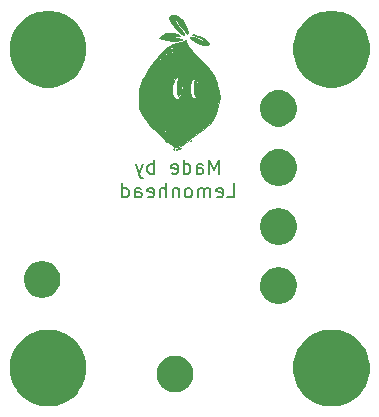
<source format=gbr>
G04 #@! TF.GenerationSoftware,KiCad,Pcbnew,5.0.1*
G04 #@! TF.CreationDate,2019-02-25T23:01:50+01:00*
G04 #@! TF.ProjectId,MCP1642 Eval Board,4D435031363432204576616C20426F61,rev?*
G04 #@! TF.SameCoordinates,Original*
G04 #@! TF.FileFunction,Soldermask,Bot*
G04 #@! TF.FilePolarity,Negative*
%FSLAX46Y46*%
G04 Gerber Fmt 4.6, Leading zero omitted, Abs format (unit mm)*
G04 Created by KiCad (PCBNEW 5.0.1) date Mon 25 Feb 2019 11:01:50 PM CET*
%MOMM*%
%LPD*%
G01*
G04 APERTURE LIST*
%ADD10C,0.200000*%
%ADD11C,0.010000*%
%ADD12C,0.100000*%
G04 APERTURE END LIST*
D10*
X143957142Y-88042857D02*
X143957142Y-86842857D01*
X143557142Y-87700000D01*
X143157142Y-86842857D01*
X143157142Y-88042857D01*
X142071428Y-88042857D02*
X142071428Y-87414285D01*
X142128571Y-87300000D01*
X142242857Y-87242857D01*
X142471428Y-87242857D01*
X142585714Y-87300000D01*
X142071428Y-87985714D02*
X142185714Y-88042857D01*
X142471428Y-88042857D01*
X142585714Y-87985714D01*
X142642857Y-87871428D01*
X142642857Y-87757142D01*
X142585714Y-87642857D01*
X142471428Y-87585714D01*
X142185714Y-87585714D01*
X142071428Y-87528571D01*
X140985714Y-88042857D02*
X140985714Y-86842857D01*
X140985714Y-87985714D02*
X141100000Y-88042857D01*
X141328571Y-88042857D01*
X141442857Y-87985714D01*
X141500000Y-87928571D01*
X141557142Y-87814285D01*
X141557142Y-87471428D01*
X141500000Y-87357142D01*
X141442857Y-87300000D01*
X141328571Y-87242857D01*
X141100000Y-87242857D01*
X140985714Y-87300000D01*
X139957142Y-87985714D02*
X140071428Y-88042857D01*
X140300000Y-88042857D01*
X140414285Y-87985714D01*
X140471428Y-87871428D01*
X140471428Y-87414285D01*
X140414285Y-87300000D01*
X140300000Y-87242857D01*
X140071428Y-87242857D01*
X139957142Y-87300000D01*
X139900000Y-87414285D01*
X139900000Y-87528571D01*
X140471428Y-87642857D01*
X138471428Y-88042857D02*
X138471428Y-86842857D01*
X138471428Y-87300000D02*
X138357142Y-87242857D01*
X138128571Y-87242857D01*
X138014285Y-87300000D01*
X137957142Y-87357142D01*
X137900000Y-87471428D01*
X137900000Y-87814285D01*
X137957142Y-87928571D01*
X138014285Y-87985714D01*
X138128571Y-88042857D01*
X138357142Y-88042857D01*
X138471428Y-87985714D01*
X137500000Y-87242857D02*
X137214285Y-88042857D01*
X136928571Y-87242857D02*
X137214285Y-88042857D01*
X137328571Y-88328571D01*
X137385714Y-88385714D01*
X137500000Y-88442857D01*
X144671428Y-90042857D02*
X145242857Y-90042857D01*
X145242857Y-88842857D01*
X143814285Y-89985714D02*
X143928571Y-90042857D01*
X144157142Y-90042857D01*
X144271428Y-89985714D01*
X144328571Y-89871428D01*
X144328571Y-89414285D01*
X144271428Y-89300000D01*
X144157142Y-89242857D01*
X143928571Y-89242857D01*
X143814285Y-89300000D01*
X143757142Y-89414285D01*
X143757142Y-89528571D01*
X144328571Y-89642857D01*
X143242857Y-90042857D02*
X143242857Y-89242857D01*
X143242857Y-89357142D02*
X143185714Y-89300000D01*
X143071428Y-89242857D01*
X142900000Y-89242857D01*
X142785714Y-89300000D01*
X142728571Y-89414285D01*
X142728571Y-90042857D01*
X142728571Y-89414285D02*
X142671428Y-89300000D01*
X142557142Y-89242857D01*
X142385714Y-89242857D01*
X142271428Y-89300000D01*
X142214285Y-89414285D01*
X142214285Y-90042857D01*
X141471428Y-90042857D02*
X141585714Y-89985714D01*
X141642857Y-89928571D01*
X141700000Y-89814285D01*
X141700000Y-89471428D01*
X141642857Y-89357142D01*
X141585714Y-89300000D01*
X141471428Y-89242857D01*
X141300000Y-89242857D01*
X141185714Y-89300000D01*
X141128571Y-89357142D01*
X141071428Y-89471428D01*
X141071428Y-89814285D01*
X141128571Y-89928571D01*
X141185714Y-89985714D01*
X141300000Y-90042857D01*
X141471428Y-90042857D01*
X140557142Y-89242857D02*
X140557142Y-90042857D01*
X140557142Y-89357142D02*
X140500000Y-89300000D01*
X140385714Y-89242857D01*
X140214285Y-89242857D01*
X140100000Y-89300000D01*
X140042857Y-89414285D01*
X140042857Y-90042857D01*
X139471428Y-90042857D02*
X139471428Y-88842857D01*
X138957142Y-90042857D02*
X138957142Y-89414285D01*
X139014285Y-89300000D01*
X139128571Y-89242857D01*
X139300000Y-89242857D01*
X139414285Y-89300000D01*
X139471428Y-89357142D01*
X137928571Y-89985714D02*
X138042857Y-90042857D01*
X138271428Y-90042857D01*
X138385714Y-89985714D01*
X138442857Y-89871428D01*
X138442857Y-89414285D01*
X138385714Y-89300000D01*
X138271428Y-89242857D01*
X138042857Y-89242857D01*
X137928571Y-89300000D01*
X137871428Y-89414285D01*
X137871428Y-89528571D01*
X138442857Y-89642857D01*
X136842857Y-90042857D02*
X136842857Y-89414285D01*
X136900000Y-89300000D01*
X137014285Y-89242857D01*
X137242857Y-89242857D01*
X137357142Y-89300000D01*
X136842857Y-89985714D02*
X136957142Y-90042857D01*
X137242857Y-90042857D01*
X137357142Y-89985714D01*
X137414285Y-89871428D01*
X137414285Y-89757142D01*
X137357142Y-89642857D01*
X137242857Y-89585714D01*
X136957142Y-89585714D01*
X136842857Y-89528571D01*
X135757142Y-90042857D02*
X135757142Y-88842857D01*
X135757142Y-89985714D02*
X135871428Y-90042857D01*
X136100000Y-90042857D01*
X136214285Y-89985714D01*
X136271428Y-89928571D01*
X136328571Y-89814285D01*
X136328571Y-89471428D01*
X136271428Y-89357142D01*
X136214285Y-89300000D01*
X136100000Y-89242857D01*
X135871428Y-89242857D01*
X135757142Y-89300000D01*
D11*
G04 #@! TO.C,G1*
G36*
X140547726Y-85868521D02*
X140358823Y-85918016D01*
X140296800Y-85955444D01*
X140376660Y-85995050D01*
X140547012Y-85986402D01*
X140704015Y-85940613D01*
X140744930Y-85907476D01*
X140703268Y-85859127D01*
X140547726Y-85868521D01*
X140547726Y-85868521D01*
G37*
X140547726Y-85868521D02*
X140358823Y-85918016D01*
X140296800Y-85955444D01*
X140376660Y-85995050D01*
X140547012Y-85986402D01*
X140704015Y-85940613D01*
X140744930Y-85907476D01*
X140703268Y-85859127D01*
X140547726Y-85868521D01*
G36*
X140093600Y-85943600D02*
X140144400Y-85994400D01*
X140195200Y-85943600D01*
X140144400Y-85892800D01*
X140093600Y-85943600D01*
X140093600Y-85943600D01*
G37*
X140093600Y-85943600D02*
X140144400Y-85994400D01*
X140195200Y-85943600D01*
X140144400Y-85892800D01*
X140093600Y-85943600D01*
G36*
X140985394Y-76793838D02*
X140721516Y-76906712D01*
X140418572Y-76951999D01*
X140087741Y-77038664D01*
X139691857Y-77280976D01*
X139255890Y-77652415D01*
X138804812Y-78126459D01*
X138363597Y-78676587D01*
X137957216Y-79276279D01*
X137610641Y-79899013D01*
X137575492Y-79971441D01*
X137390825Y-80374734D01*
X137278873Y-80687908D01*
X137221892Y-80991716D01*
X137202136Y-81366910D01*
X137200815Y-81676400D01*
X137209340Y-82140006D01*
X137241035Y-82469529D01*
X137310195Y-82733894D01*
X137431112Y-83002024D01*
X137503955Y-83138149D01*
X137762243Y-83517006D01*
X138148090Y-83962818D01*
X138620752Y-84428683D01*
X138641458Y-84447591D01*
X138971944Y-84759779D01*
X139230945Y-85026325D01*
X139390102Y-85216528D01*
X139425242Y-85296077D01*
X139448345Y-85344485D01*
X139509000Y-85329841D01*
X139664260Y-85361597D01*
X139862791Y-85508801D01*
X139887587Y-85534205D01*
X140198761Y-85750819D01*
X140541647Y-85769021D01*
X140920151Y-85588568D01*
X141083908Y-85459398D01*
X141351240Y-85244022D01*
X141719576Y-84969279D01*
X141850403Y-84876800D01*
X139433200Y-84876800D01*
X139428556Y-84970572D01*
X139394393Y-84978400D01*
X139250763Y-84904257D01*
X139230000Y-84876800D01*
X139234645Y-84783027D01*
X139268808Y-84775200D01*
X139412438Y-84849342D01*
X139433200Y-84876800D01*
X141850403Y-84876800D01*
X142119549Y-84686548D01*
X142215527Y-84621198D01*
X142428419Y-84467211D01*
X139585600Y-84467211D01*
X139511127Y-84523113D01*
X139433200Y-84507141D01*
X139299519Y-84435027D01*
X139280800Y-84408729D01*
X139363765Y-84373213D01*
X139433200Y-84368800D01*
X138976000Y-84368800D01*
X138938827Y-84452428D01*
X138908267Y-84436533D01*
X138896108Y-84315957D01*
X138908267Y-84301066D01*
X138968668Y-84315013D01*
X138976000Y-84368800D01*
X139433200Y-84368800D01*
X139568432Y-84421970D01*
X139585600Y-84467211D01*
X142428419Y-84467211D01*
X142718296Y-84257540D01*
X142985021Y-84013200D01*
X138569600Y-84013200D01*
X138518800Y-84064000D01*
X138468000Y-84013200D01*
X138518800Y-83962400D01*
X138569600Y-84013200D01*
X142985021Y-84013200D01*
X143085394Y-83921252D01*
X143105817Y-83894666D01*
X139145334Y-83894666D01*
X139131387Y-83955067D01*
X139077600Y-83962400D01*
X138993972Y-83925226D01*
X139009867Y-83894666D01*
X139130443Y-83882507D01*
X139145334Y-83894666D01*
X143105817Y-83894666D01*
X143356774Y-83567992D01*
X138671200Y-83567992D01*
X138608602Y-83623076D01*
X138569600Y-83606800D01*
X138471794Y-83472209D01*
X138468000Y-83442407D01*
X138530599Y-83387323D01*
X138569600Y-83403600D01*
X138667407Y-83538190D01*
X138671200Y-83567992D01*
X143356774Y-83567992D01*
X143366191Y-83555735D01*
X143610053Y-83104390D01*
X143688304Y-82932696D01*
X143928801Y-82267914D01*
X144019674Y-81666219D01*
X143968103Y-81061458D01*
X143916319Y-80831310D01*
X143842793Y-80563265D01*
X142217429Y-80563265D01*
X142216828Y-80577520D01*
X142185787Y-80620526D01*
X142120852Y-80491389D01*
X142100531Y-80431800D01*
X141997800Y-80177164D01*
X141919430Y-80119695D01*
X141868646Y-80254463D01*
X141848671Y-80576537D01*
X141851426Y-80812762D01*
X141880492Y-81207561D01*
X141935931Y-81433348D01*
X142010614Y-81480202D01*
X142097412Y-81338201D01*
X142138071Y-81211667D01*
X142188925Y-81054895D01*
X142211132Y-81087454D01*
X142217073Y-81173480D01*
X142148801Y-81439962D01*
X141948629Y-81591313D01*
X141771187Y-81604093D01*
X141651744Y-81556953D01*
X141583296Y-81426195D01*
X141546998Y-81162787D01*
X141536409Y-80993246D01*
X141541019Y-80804696D01*
X140902228Y-80804696D01*
X140863465Y-80980634D01*
X140807989Y-81016000D01*
X140751287Y-80941854D01*
X140766451Y-80867790D01*
X140773280Y-80696656D01*
X140726771Y-80448430D01*
X140649229Y-80200859D01*
X140562960Y-80031689D01*
X140517521Y-80000131D01*
X140484860Y-80093502D01*
X140460701Y-80340362D01*
X140449498Y-80691044D01*
X140449200Y-80762141D01*
X140457360Y-81194786D01*
X140485534Y-81437512D01*
X140539268Y-81503087D01*
X140624106Y-81404276D01*
X140680798Y-81295400D01*
X140762878Y-81157663D01*
X140795720Y-81204139D01*
X140797924Y-81237342D01*
X140742652Y-81416617D01*
X140609613Y-81607942D01*
X140465312Y-81721491D01*
X140435264Y-81727200D01*
X140315777Y-81684785D01*
X140188521Y-81622025D01*
X140061095Y-81501432D01*
X140002445Y-81280913D01*
X139992000Y-81027586D01*
X140027934Y-80545193D01*
X140124177Y-80175071D01*
X140263389Y-79934211D01*
X140428233Y-79839606D01*
X140601369Y-79908246D01*
X140765459Y-80157124D01*
X140798444Y-80237281D01*
X140880300Y-80536208D01*
X140902228Y-80804696D01*
X141541019Y-80804696D01*
X141548069Y-80516448D01*
X141634956Y-80183741D01*
X141789982Y-80016126D01*
X141871601Y-80000000D01*
X142037624Y-80088492D01*
X142168387Y-80302154D01*
X142217429Y-80563265D01*
X143842793Y-80563265D01*
X143783422Y-80346826D01*
X143646037Y-79954158D01*
X143478125Y-79612853D01*
X143253646Y-79282463D01*
X142946558Y-78922537D01*
X142530823Y-78492624D01*
X142268468Y-78233798D01*
X139449477Y-78233798D01*
X139433200Y-78272800D01*
X139298610Y-78370606D01*
X139268808Y-78374400D01*
X139215678Y-78314021D01*
X139047461Y-78314021D01*
X138976000Y-78374400D01*
X138813885Y-78465779D01*
X138792286Y-78431363D01*
X138823600Y-78374400D01*
X138971979Y-78277801D01*
X139007397Y-78274355D01*
X139047461Y-78314021D01*
X139215678Y-78314021D01*
X139213724Y-78311801D01*
X139230000Y-78272800D01*
X139364591Y-78174993D01*
X139394393Y-78171200D01*
X139449477Y-78233798D01*
X142268468Y-78233798D01*
X142201800Y-78168027D01*
X141780303Y-77747125D01*
X141759301Y-77724379D01*
X140047849Y-77724379D01*
X139992000Y-77815600D01*
X139839018Y-77943667D01*
X139763920Y-77968000D01*
X139732952Y-77906820D01*
X139788800Y-77815600D01*
X139912693Y-77711884D01*
X139629850Y-77711884D01*
X139595352Y-77811227D01*
X139559674Y-77870159D01*
X139441088Y-78039728D01*
X139390777Y-78037515D01*
X139382400Y-77928070D01*
X139464290Y-77770887D01*
X139533314Y-77728629D01*
X139629850Y-77711884D01*
X139912693Y-77711884D01*
X139941783Y-77687532D01*
X140016881Y-77663200D01*
X140047849Y-77724379D01*
X141759301Y-77724379D01*
X141491218Y-77434043D01*
X141436638Y-77362837D01*
X140147143Y-77362837D01*
X140113697Y-77439397D01*
X139997997Y-77460000D01*
X139829391Y-77443636D01*
X139788800Y-77420070D01*
X139868953Y-77343175D01*
X140028554Y-77317206D01*
X140146314Y-77361535D01*
X140147143Y-77362837D01*
X141436638Y-77362837D01*
X141313995Y-77202838D01*
X141228079Y-77027569D01*
X141211200Y-76917666D01*
X141198832Y-76724300D01*
X141125539Y-76704260D01*
X140985394Y-76793838D01*
X140985394Y-76793838D01*
G37*
X140985394Y-76793838D02*
X140721516Y-76906712D01*
X140418572Y-76951999D01*
X140087741Y-77038664D01*
X139691857Y-77280976D01*
X139255890Y-77652415D01*
X138804812Y-78126459D01*
X138363597Y-78676587D01*
X137957216Y-79276279D01*
X137610641Y-79899013D01*
X137575492Y-79971441D01*
X137390825Y-80374734D01*
X137278873Y-80687908D01*
X137221892Y-80991716D01*
X137202136Y-81366910D01*
X137200815Y-81676400D01*
X137209340Y-82140006D01*
X137241035Y-82469529D01*
X137310195Y-82733894D01*
X137431112Y-83002024D01*
X137503955Y-83138149D01*
X137762243Y-83517006D01*
X138148090Y-83962818D01*
X138620752Y-84428683D01*
X138641458Y-84447591D01*
X138971944Y-84759779D01*
X139230945Y-85026325D01*
X139390102Y-85216528D01*
X139425242Y-85296077D01*
X139448345Y-85344485D01*
X139509000Y-85329841D01*
X139664260Y-85361597D01*
X139862791Y-85508801D01*
X139887587Y-85534205D01*
X140198761Y-85750819D01*
X140541647Y-85769021D01*
X140920151Y-85588568D01*
X141083908Y-85459398D01*
X141351240Y-85244022D01*
X141719576Y-84969279D01*
X141850403Y-84876800D01*
X139433200Y-84876800D01*
X139428556Y-84970572D01*
X139394393Y-84978400D01*
X139250763Y-84904257D01*
X139230000Y-84876800D01*
X139234645Y-84783027D01*
X139268808Y-84775200D01*
X139412438Y-84849342D01*
X139433200Y-84876800D01*
X141850403Y-84876800D01*
X142119549Y-84686548D01*
X142215527Y-84621198D01*
X142428419Y-84467211D01*
X139585600Y-84467211D01*
X139511127Y-84523113D01*
X139433200Y-84507141D01*
X139299519Y-84435027D01*
X139280800Y-84408729D01*
X139363765Y-84373213D01*
X139433200Y-84368800D01*
X138976000Y-84368800D01*
X138938827Y-84452428D01*
X138908267Y-84436533D01*
X138896108Y-84315957D01*
X138908267Y-84301066D01*
X138968668Y-84315013D01*
X138976000Y-84368800D01*
X139433200Y-84368800D01*
X139568432Y-84421970D01*
X139585600Y-84467211D01*
X142428419Y-84467211D01*
X142718296Y-84257540D01*
X142985021Y-84013200D01*
X138569600Y-84013200D01*
X138518800Y-84064000D01*
X138468000Y-84013200D01*
X138518800Y-83962400D01*
X138569600Y-84013200D01*
X142985021Y-84013200D01*
X143085394Y-83921252D01*
X143105817Y-83894666D01*
X139145334Y-83894666D01*
X139131387Y-83955067D01*
X139077600Y-83962400D01*
X138993972Y-83925226D01*
X139009867Y-83894666D01*
X139130443Y-83882507D01*
X139145334Y-83894666D01*
X143105817Y-83894666D01*
X143356774Y-83567992D01*
X138671200Y-83567992D01*
X138608602Y-83623076D01*
X138569600Y-83606800D01*
X138471794Y-83472209D01*
X138468000Y-83442407D01*
X138530599Y-83387323D01*
X138569600Y-83403600D01*
X138667407Y-83538190D01*
X138671200Y-83567992D01*
X143356774Y-83567992D01*
X143366191Y-83555735D01*
X143610053Y-83104390D01*
X143688304Y-82932696D01*
X143928801Y-82267914D01*
X144019674Y-81666219D01*
X143968103Y-81061458D01*
X143916319Y-80831310D01*
X143842793Y-80563265D01*
X142217429Y-80563265D01*
X142216828Y-80577520D01*
X142185787Y-80620526D01*
X142120852Y-80491389D01*
X142100531Y-80431800D01*
X141997800Y-80177164D01*
X141919430Y-80119695D01*
X141868646Y-80254463D01*
X141848671Y-80576537D01*
X141851426Y-80812762D01*
X141880492Y-81207561D01*
X141935931Y-81433348D01*
X142010614Y-81480202D01*
X142097412Y-81338201D01*
X142138071Y-81211667D01*
X142188925Y-81054895D01*
X142211132Y-81087454D01*
X142217073Y-81173480D01*
X142148801Y-81439962D01*
X141948629Y-81591313D01*
X141771187Y-81604093D01*
X141651744Y-81556953D01*
X141583296Y-81426195D01*
X141546998Y-81162787D01*
X141536409Y-80993246D01*
X141541019Y-80804696D01*
X140902228Y-80804696D01*
X140863465Y-80980634D01*
X140807989Y-81016000D01*
X140751287Y-80941854D01*
X140766451Y-80867790D01*
X140773280Y-80696656D01*
X140726771Y-80448430D01*
X140649229Y-80200859D01*
X140562960Y-80031689D01*
X140517521Y-80000131D01*
X140484860Y-80093502D01*
X140460701Y-80340362D01*
X140449498Y-80691044D01*
X140449200Y-80762141D01*
X140457360Y-81194786D01*
X140485534Y-81437512D01*
X140539268Y-81503087D01*
X140624106Y-81404276D01*
X140680798Y-81295400D01*
X140762878Y-81157663D01*
X140795720Y-81204139D01*
X140797924Y-81237342D01*
X140742652Y-81416617D01*
X140609613Y-81607942D01*
X140465312Y-81721491D01*
X140435264Y-81727200D01*
X140315777Y-81684785D01*
X140188521Y-81622025D01*
X140061095Y-81501432D01*
X140002445Y-81280913D01*
X139992000Y-81027586D01*
X140027934Y-80545193D01*
X140124177Y-80175071D01*
X140263389Y-79934211D01*
X140428233Y-79839606D01*
X140601369Y-79908246D01*
X140765459Y-80157124D01*
X140798444Y-80237281D01*
X140880300Y-80536208D01*
X140902228Y-80804696D01*
X141541019Y-80804696D01*
X141548069Y-80516448D01*
X141634956Y-80183741D01*
X141789982Y-80016126D01*
X141871601Y-80000000D01*
X142037624Y-80088492D01*
X142168387Y-80302154D01*
X142217429Y-80563265D01*
X143842793Y-80563265D01*
X143783422Y-80346826D01*
X143646037Y-79954158D01*
X143478125Y-79612853D01*
X143253646Y-79282463D01*
X142946558Y-78922537D01*
X142530823Y-78492624D01*
X142268468Y-78233798D01*
X139449477Y-78233798D01*
X139433200Y-78272800D01*
X139298610Y-78370606D01*
X139268808Y-78374400D01*
X139215678Y-78314021D01*
X139047461Y-78314021D01*
X138976000Y-78374400D01*
X138813885Y-78465779D01*
X138792286Y-78431363D01*
X138823600Y-78374400D01*
X138971979Y-78277801D01*
X139007397Y-78274355D01*
X139047461Y-78314021D01*
X139215678Y-78314021D01*
X139213724Y-78311801D01*
X139230000Y-78272800D01*
X139364591Y-78174993D01*
X139394393Y-78171200D01*
X139449477Y-78233798D01*
X142268468Y-78233798D01*
X142201800Y-78168027D01*
X141780303Y-77747125D01*
X141759301Y-77724379D01*
X140047849Y-77724379D01*
X139992000Y-77815600D01*
X139839018Y-77943667D01*
X139763920Y-77968000D01*
X139732952Y-77906820D01*
X139788800Y-77815600D01*
X139912693Y-77711884D01*
X139629850Y-77711884D01*
X139595352Y-77811227D01*
X139559674Y-77870159D01*
X139441088Y-78039728D01*
X139390777Y-78037515D01*
X139382400Y-77928070D01*
X139464290Y-77770887D01*
X139533314Y-77728629D01*
X139629850Y-77711884D01*
X139912693Y-77711884D01*
X139941783Y-77687532D01*
X140016881Y-77663200D01*
X140047849Y-77724379D01*
X141759301Y-77724379D01*
X141491218Y-77434043D01*
X141436638Y-77362837D01*
X140147143Y-77362837D01*
X140113697Y-77439397D01*
X139997997Y-77460000D01*
X139829391Y-77443636D01*
X139788800Y-77420070D01*
X139868953Y-77343175D01*
X140028554Y-77317206D01*
X140146314Y-77361535D01*
X140147143Y-77362837D01*
X141436638Y-77362837D01*
X141313995Y-77202838D01*
X141228079Y-77027569D01*
X141211200Y-76917666D01*
X141198832Y-76724300D01*
X141125539Y-76704260D01*
X140985394Y-76793838D01*
G36*
X141516000Y-85232400D02*
X141566800Y-85283200D01*
X141617600Y-85232400D01*
X141566800Y-85181600D01*
X141516000Y-85232400D01*
X141516000Y-85232400D01*
G37*
X141516000Y-85232400D02*
X141566800Y-85283200D01*
X141617600Y-85232400D01*
X141566800Y-85181600D01*
X141516000Y-85232400D01*
G36*
X141670212Y-76261164D02*
X141670964Y-76282395D01*
X141860355Y-76331335D01*
X141894456Y-76339447D01*
X142162963Y-76429423D01*
X142424277Y-76556995D01*
X142623871Y-76689618D01*
X142707219Y-76794749D01*
X142698519Y-76819348D01*
X142584294Y-76810136D01*
X142352082Y-76726898D01*
X142184088Y-76650921D01*
X141823757Y-76500111D01*
X141593308Y-76449114D01*
X141508024Y-76489866D01*
X141583188Y-76614304D01*
X141834081Y-76814364D01*
X141851676Y-76826317D01*
X142281821Y-77063862D01*
X142667764Y-77153066D01*
X142740294Y-77155200D01*
X142992947Y-77136364D01*
X143132161Y-77089382D01*
X143141600Y-77071310D01*
X143055563Y-76903307D01*
X142835242Y-76701868D01*
X142537326Y-76502979D01*
X142218505Y-76342630D01*
X141935467Y-76256810D01*
X141849775Y-76251199D01*
X141670212Y-76261164D01*
X141670212Y-76261164D01*
G37*
X141670212Y-76261164D02*
X141670964Y-76282395D01*
X141860355Y-76331335D01*
X141894456Y-76339447D01*
X142162963Y-76429423D01*
X142424277Y-76556995D01*
X142623871Y-76689618D01*
X142707219Y-76794749D01*
X142698519Y-76819348D01*
X142584294Y-76810136D01*
X142352082Y-76726898D01*
X142184088Y-76650921D01*
X141823757Y-76500111D01*
X141593308Y-76449114D01*
X141508024Y-76489866D01*
X141583188Y-76614304D01*
X141834081Y-76814364D01*
X141851676Y-76826317D01*
X142281821Y-77063862D01*
X142667764Y-77153066D01*
X142740294Y-77155200D01*
X142992947Y-77136364D01*
X143132161Y-77089382D01*
X143141600Y-77071310D01*
X143055563Y-76903307D01*
X142835242Y-76701868D01*
X142537326Y-76502979D01*
X142218505Y-76342630D01*
X141935467Y-76256810D01*
X141849775Y-76251199D01*
X141670212Y-76261164D01*
G36*
X139435948Y-76156977D02*
X139228340Y-76286157D01*
X139208240Y-76302114D01*
X138925200Y-76529266D01*
X139200623Y-76635006D01*
X139558724Y-76731030D01*
X139988746Y-76789471D01*
X140401462Y-76802655D01*
X140703200Y-76764253D01*
X140869479Y-76702964D01*
X140853352Y-76652809D01*
X140771091Y-76617122D01*
X140515625Y-76558482D01*
X140345287Y-76545600D01*
X140129509Y-76501253D01*
X140034109Y-76429937D01*
X140043132Y-76376266D01*
X139856534Y-76376266D01*
X139842587Y-76436667D01*
X139788800Y-76444000D01*
X139705172Y-76406826D01*
X139721067Y-76376266D01*
X139841643Y-76364107D01*
X139856534Y-76376266D01*
X140043132Y-76376266D01*
X140045328Y-76363209D01*
X140218682Y-76364468D01*
X140358313Y-76387043D01*
X140600378Y-76421876D01*
X140674629Y-76399111D01*
X140629415Y-76332401D01*
X140460455Y-76245615D01*
X140171075Y-76168357D01*
X139998055Y-76139976D01*
X139662926Y-76114325D01*
X139435948Y-76156977D01*
X139435948Y-76156977D01*
G37*
X139435948Y-76156977D02*
X139228340Y-76286157D01*
X139208240Y-76302114D01*
X138925200Y-76529266D01*
X139200623Y-76635006D01*
X139558724Y-76731030D01*
X139988746Y-76789471D01*
X140401462Y-76802655D01*
X140703200Y-76764253D01*
X140869479Y-76702964D01*
X140853352Y-76652809D01*
X140771091Y-76617122D01*
X140515625Y-76558482D01*
X140345287Y-76545600D01*
X140129509Y-76501253D01*
X140034109Y-76429937D01*
X140043132Y-76376266D01*
X139856534Y-76376266D01*
X139842587Y-76436667D01*
X139788800Y-76444000D01*
X139705172Y-76406826D01*
X139721067Y-76376266D01*
X139841643Y-76364107D01*
X139856534Y-76376266D01*
X140043132Y-76376266D01*
X140045328Y-76363209D01*
X140218682Y-76364468D01*
X140358313Y-76387043D01*
X140600378Y-76421876D01*
X140674629Y-76399111D01*
X140629415Y-76332401D01*
X140460455Y-76245615D01*
X140171075Y-76168357D01*
X139998055Y-76139976D01*
X139662926Y-76114325D01*
X139435948Y-76156977D01*
G36*
X139793089Y-74660832D02*
X139764774Y-74840510D01*
X139855414Y-75116467D01*
X140039973Y-75441608D01*
X140293417Y-75768833D01*
X140484413Y-75961400D01*
X140781335Y-76208172D01*
X140971556Y-76322196D01*
X141043264Y-76300827D01*
X140984647Y-76141417D01*
X140937814Y-76063000D01*
X140769021Y-75817802D01*
X140538470Y-75508835D01*
X140415233Y-75351800D01*
X140245672Y-75117203D01*
X140167721Y-74960381D01*
X140183515Y-74920000D01*
X140292693Y-74997295D01*
X140480405Y-75202434D01*
X140710830Y-75495294D01*
X140772360Y-75579527D01*
X140997852Y-75880073D01*
X141178045Y-76096257D01*
X141282211Y-76191982D01*
X141293827Y-76192040D01*
X141311114Y-76049654D01*
X141248491Y-75793710D01*
X141130030Y-75485228D01*
X140979805Y-75185229D01*
X140821888Y-74954733D01*
X140793856Y-74924686D01*
X140520799Y-74723476D01*
X140217701Y-74604247D01*
X139949084Y-74584010D01*
X139793089Y-74660832D01*
X139793089Y-74660832D01*
G37*
X139793089Y-74660832D02*
X139764774Y-74840510D01*
X139855414Y-75116467D01*
X140039973Y-75441608D01*
X140293417Y-75768833D01*
X140484413Y-75961400D01*
X140781335Y-76208172D01*
X140971556Y-76322196D01*
X141043264Y-76300827D01*
X140984647Y-76141417D01*
X140937814Y-76063000D01*
X140769021Y-75817802D01*
X140538470Y-75508835D01*
X140415233Y-75351800D01*
X140245672Y-75117203D01*
X140167721Y-74960381D01*
X140183515Y-74920000D01*
X140292693Y-74997295D01*
X140480405Y-75202434D01*
X140710830Y-75495294D01*
X140772360Y-75579527D01*
X140997852Y-75880073D01*
X141178045Y-76096257D01*
X141282211Y-76191982D01*
X141293827Y-76192040D01*
X141311114Y-76049654D01*
X141248491Y-75793710D01*
X141130030Y-75485228D01*
X140979805Y-75185229D01*
X140821888Y-74954733D01*
X140793856Y-74924686D01*
X140520799Y-74723476D01*
X140217701Y-74604247D01*
X139949084Y-74584010D01*
X139793089Y-74660832D01*
D12*
G36*
X130134239Y-101311467D02*
X130448282Y-101373934D01*
X131039926Y-101619001D01*
X131568802Y-101972385D01*
X131572395Y-101974786D01*
X132025214Y-102427605D01*
X132025216Y-102427608D01*
X132380999Y-102960074D01*
X132626066Y-103551718D01*
X132626066Y-103551719D01*
X132717482Y-104011295D01*
X132751000Y-104179804D01*
X132751000Y-104820196D01*
X132626066Y-105448282D01*
X132380999Y-106039926D01*
X132157457Y-106374479D01*
X132025214Y-106572395D01*
X131572395Y-107025214D01*
X131572392Y-107025216D01*
X131039926Y-107380999D01*
X130448282Y-107626066D01*
X130134239Y-107688533D01*
X129820197Y-107751000D01*
X129179803Y-107751000D01*
X128865761Y-107688533D01*
X128551718Y-107626066D01*
X127960074Y-107380999D01*
X127427608Y-107025216D01*
X127427605Y-107025214D01*
X126974786Y-106572395D01*
X126842543Y-106374479D01*
X126619001Y-106039926D01*
X126373934Y-105448282D01*
X126249000Y-104820196D01*
X126249000Y-104179804D01*
X126282519Y-104011295D01*
X126373934Y-103551719D01*
X126373934Y-103551718D01*
X126619001Y-102960074D01*
X126974784Y-102427608D01*
X126974786Y-102427605D01*
X127427605Y-101974786D01*
X127431198Y-101972385D01*
X127960074Y-101619001D01*
X128551718Y-101373934D01*
X128865761Y-101311467D01*
X129179803Y-101249000D01*
X129820197Y-101249000D01*
X130134239Y-101311467D01*
X130134239Y-101311467D01*
G37*
G36*
X154134239Y-101311467D02*
X154448282Y-101373934D01*
X155039926Y-101619001D01*
X155568802Y-101972385D01*
X155572395Y-101974786D01*
X156025214Y-102427605D01*
X156025216Y-102427608D01*
X156380999Y-102960074D01*
X156626066Y-103551718D01*
X156626066Y-103551719D01*
X156717482Y-104011295D01*
X156751000Y-104179804D01*
X156751000Y-104820196D01*
X156626066Y-105448282D01*
X156380999Y-106039926D01*
X156157457Y-106374479D01*
X156025214Y-106572395D01*
X155572395Y-107025214D01*
X155572392Y-107025216D01*
X155039926Y-107380999D01*
X154448282Y-107626066D01*
X154134239Y-107688533D01*
X153820197Y-107751000D01*
X153179803Y-107751000D01*
X152865761Y-107688533D01*
X152551718Y-107626066D01*
X151960074Y-107380999D01*
X151427608Y-107025216D01*
X151427605Y-107025214D01*
X150974786Y-106572395D01*
X150842543Y-106374479D01*
X150619001Y-106039926D01*
X150373934Y-105448282D01*
X150249000Y-104820196D01*
X150249000Y-104179804D01*
X150282519Y-104011295D01*
X150373934Y-103551719D01*
X150373934Y-103551718D01*
X150619001Y-102960074D01*
X150974784Y-102427608D01*
X150974786Y-102427605D01*
X151427605Y-101974786D01*
X151431198Y-101972385D01*
X151960074Y-101619001D01*
X152551718Y-101373934D01*
X152865761Y-101311467D01*
X153179803Y-101249000D01*
X153820197Y-101249000D01*
X154134239Y-101311467D01*
X154134239Y-101311467D01*
G37*
G36*
X140602527Y-103488736D02*
X140702410Y-103508604D01*
X140984674Y-103625521D01*
X141238705Y-103795259D01*
X141454741Y-104011295D01*
X141624479Y-104265326D01*
X141741396Y-104547590D01*
X141801000Y-104847240D01*
X141801000Y-105152760D01*
X141741396Y-105452410D01*
X141624479Y-105734674D01*
X141454741Y-105988705D01*
X141238705Y-106204741D01*
X140984674Y-106374479D01*
X140702410Y-106491396D01*
X140602527Y-106511264D01*
X140402762Y-106551000D01*
X140097238Y-106551000D01*
X139897473Y-106511264D01*
X139797590Y-106491396D01*
X139515326Y-106374479D01*
X139261295Y-106204741D01*
X139045259Y-105988705D01*
X138875521Y-105734674D01*
X138758604Y-105452410D01*
X138699000Y-105152760D01*
X138699000Y-104847240D01*
X138758604Y-104547590D01*
X138875521Y-104265326D01*
X139045259Y-104011295D01*
X139261295Y-103795259D01*
X139515326Y-103625521D01*
X139797590Y-103508604D01*
X139897473Y-103488736D01*
X140097238Y-103449000D01*
X140402762Y-103449000D01*
X140602527Y-103488736D01*
X140602527Y-103488736D01*
G37*
G36*
X149352527Y-95988736D02*
X149452410Y-96008604D01*
X149734674Y-96125521D01*
X149988705Y-96295259D01*
X150204741Y-96511295D01*
X150374479Y-96765326D01*
X150491396Y-97047590D01*
X150491396Y-97047591D01*
X150551000Y-97347238D01*
X150551000Y-97652762D01*
X150511264Y-97852527D01*
X150491396Y-97952410D01*
X150374479Y-98234674D01*
X150204741Y-98488705D01*
X149988705Y-98704741D01*
X149734674Y-98874479D01*
X149452410Y-98991396D01*
X149352527Y-99011264D01*
X149152762Y-99051000D01*
X148847238Y-99051000D01*
X148647473Y-99011264D01*
X148547590Y-98991396D01*
X148265326Y-98874479D01*
X148011295Y-98704741D01*
X147795259Y-98488705D01*
X147625521Y-98234674D01*
X147508604Y-97952410D01*
X147488736Y-97852527D01*
X147449000Y-97652762D01*
X147449000Y-97347238D01*
X147508604Y-97047591D01*
X147508604Y-97047590D01*
X147625521Y-96765326D01*
X147795259Y-96511295D01*
X148011295Y-96295259D01*
X148265326Y-96125521D01*
X148547590Y-96008604D01*
X148647473Y-95988736D01*
X148847238Y-95949000D01*
X149152762Y-95949000D01*
X149352527Y-95988736D01*
X149352527Y-95988736D01*
G37*
G36*
X129352527Y-95488736D02*
X129452410Y-95508604D01*
X129734674Y-95625521D01*
X129988705Y-95795259D01*
X130204741Y-96011295D01*
X130374479Y-96265326D01*
X130476361Y-96511293D01*
X130491396Y-96547591D01*
X130534707Y-96765326D01*
X130551000Y-96847240D01*
X130551000Y-97152760D01*
X130491396Y-97452410D01*
X130374479Y-97734674D01*
X130204741Y-97988705D01*
X129988705Y-98204741D01*
X129734674Y-98374479D01*
X129452410Y-98491396D01*
X129352527Y-98511264D01*
X129152762Y-98551000D01*
X128847238Y-98551000D01*
X128647473Y-98511264D01*
X128547590Y-98491396D01*
X128265326Y-98374479D01*
X128011295Y-98204741D01*
X127795259Y-97988705D01*
X127625521Y-97734674D01*
X127508604Y-97452410D01*
X127449000Y-97152760D01*
X127449000Y-96847240D01*
X127465294Y-96765326D01*
X127508604Y-96547591D01*
X127523639Y-96511293D01*
X127625521Y-96265326D01*
X127795259Y-96011295D01*
X128011295Y-95795259D01*
X128265326Y-95625521D01*
X128547590Y-95508604D01*
X128647473Y-95488736D01*
X128847238Y-95449000D01*
X129152762Y-95449000D01*
X129352527Y-95488736D01*
X129352527Y-95488736D01*
G37*
G36*
X149352527Y-90988736D02*
X149452410Y-91008604D01*
X149734674Y-91125521D01*
X149988705Y-91295259D01*
X150204741Y-91511295D01*
X150374479Y-91765326D01*
X150491396Y-92047590D01*
X150551000Y-92347240D01*
X150551000Y-92652760D01*
X150491396Y-92952410D01*
X150374479Y-93234674D01*
X150204741Y-93488705D01*
X149988705Y-93704741D01*
X149734674Y-93874479D01*
X149452410Y-93991396D01*
X149352527Y-94011264D01*
X149152762Y-94051000D01*
X148847238Y-94051000D01*
X148647473Y-94011264D01*
X148547590Y-93991396D01*
X148265326Y-93874479D01*
X148011295Y-93704741D01*
X147795259Y-93488705D01*
X147625521Y-93234674D01*
X147508604Y-92952410D01*
X147449000Y-92652760D01*
X147449000Y-92347240D01*
X147508604Y-92047590D01*
X147625521Y-91765326D01*
X147795259Y-91511295D01*
X148011295Y-91295259D01*
X148265326Y-91125521D01*
X148547590Y-91008604D01*
X148647473Y-90988736D01*
X148847238Y-90949000D01*
X149152762Y-90949000D01*
X149352527Y-90988736D01*
X149352527Y-90988736D01*
G37*
G36*
X149352527Y-85988736D02*
X149452410Y-86008604D01*
X149734674Y-86125521D01*
X149988705Y-86295259D01*
X150204741Y-86511295D01*
X150374479Y-86765326D01*
X150491396Y-87047590D01*
X150551000Y-87347240D01*
X150551000Y-87652760D01*
X150491396Y-87952410D01*
X150374479Y-88234674D01*
X150204741Y-88488705D01*
X149988705Y-88704741D01*
X149734674Y-88874479D01*
X149452410Y-88991396D01*
X149352527Y-89011264D01*
X149152762Y-89051000D01*
X148847238Y-89051000D01*
X148647473Y-89011264D01*
X148547590Y-88991396D01*
X148265326Y-88874479D01*
X148011295Y-88704741D01*
X147795259Y-88488705D01*
X147625521Y-88234674D01*
X147508604Y-87952410D01*
X147449000Y-87652760D01*
X147449000Y-87347240D01*
X147508604Y-87047590D01*
X147625521Y-86765326D01*
X147795259Y-86511295D01*
X148011295Y-86295259D01*
X148265326Y-86125521D01*
X148547590Y-86008604D01*
X148647473Y-85988736D01*
X148847238Y-85949000D01*
X149152762Y-85949000D01*
X149352527Y-85988736D01*
X149352527Y-85988736D01*
G37*
G36*
X149352527Y-80988736D02*
X149452410Y-81008604D01*
X149734674Y-81125521D01*
X149988705Y-81295259D01*
X150204741Y-81511295D01*
X150374479Y-81765326D01*
X150491396Y-82047590D01*
X150551000Y-82347240D01*
X150551000Y-82652760D01*
X150491396Y-82952410D01*
X150374479Y-83234674D01*
X150204741Y-83488705D01*
X149988705Y-83704741D01*
X149734674Y-83874479D01*
X149452410Y-83991396D01*
X149352527Y-84011264D01*
X149152762Y-84051000D01*
X148847238Y-84051000D01*
X148647473Y-84011264D01*
X148547590Y-83991396D01*
X148265326Y-83874479D01*
X148011295Y-83704741D01*
X147795259Y-83488705D01*
X147625521Y-83234674D01*
X147508604Y-82952410D01*
X147449000Y-82652760D01*
X147449000Y-82347240D01*
X147508604Y-82047590D01*
X147625521Y-81765326D01*
X147795259Y-81511295D01*
X148011295Y-81295259D01*
X148265326Y-81125521D01*
X148547590Y-81008604D01*
X148647473Y-80988736D01*
X148847238Y-80949000D01*
X149152762Y-80949000D01*
X149352527Y-80988736D01*
X149352527Y-80988736D01*
G37*
G36*
X130134239Y-74311467D02*
X130448282Y-74373934D01*
X131039926Y-74619001D01*
X131568802Y-74972385D01*
X131572395Y-74974786D01*
X132025214Y-75427605D01*
X132025216Y-75427608D01*
X132380999Y-75960074D01*
X132626066Y-76551718D01*
X132751000Y-77179804D01*
X132751000Y-77820196D01*
X132626066Y-78448282D01*
X132380999Y-79039926D01*
X132027615Y-79568802D01*
X132025214Y-79572395D01*
X131572395Y-80025214D01*
X131572392Y-80025216D01*
X131039926Y-80380999D01*
X130448282Y-80626066D01*
X130134239Y-80688533D01*
X129820197Y-80751000D01*
X129179803Y-80751000D01*
X128865761Y-80688533D01*
X128551718Y-80626066D01*
X127960074Y-80380999D01*
X127427608Y-80025216D01*
X127427605Y-80025214D01*
X126974786Y-79572395D01*
X126972385Y-79568802D01*
X126619001Y-79039926D01*
X126373934Y-78448282D01*
X126249000Y-77820196D01*
X126249000Y-77179804D01*
X126373934Y-76551718D01*
X126619001Y-75960074D01*
X126974784Y-75427608D01*
X126974786Y-75427605D01*
X127427605Y-74974786D01*
X127431198Y-74972385D01*
X127960074Y-74619001D01*
X128551718Y-74373934D01*
X128865761Y-74311467D01*
X129179803Y-74249000D01*
X129820197Y-74249000D01*
X130134239Y-74311467D01*
X130134239Y-74311467D01*
G37*
G36*
X154134239Y-74311467D02*
X154448282Y-74373934D01*
X155039926Y-74619001D01*
X155568802Y-74972385D01*
X155572395Y-74974786D01*
X156025214Y-75427605D01*
X156025216Y-75427608D01*
X156380999Y-75960074D01*
X156626066Y-76551718D01*
X156751000Y-77179804D01*
X156751000Y-77820196D01*
X156626066Y-78448282D01*
X156380999Y-79039926D01*
X156027615Y-79568802D01*
X156025214Y-79572395D01*
X155572395Y-80025214D01*
X155572392Y-80025216D01*
X155039926Y-80380999D01*
X154448282Y-80626066D01*
X154134239Y-80688533D01*
X153820197Y-80751000D01*
X153179803Y-80751000D01*
X152865761Y-80688533D01*
X152551718Y-80626066D01*
X151960074Y-80380999D01*
X151427608Y-80025216D01*
X151427605Y-80025214D01*
X150974786Y-79572395D01*
X150972385Y-79568802D01*
X150619001Y-79039926D01*
X150373934Y-78448282D01*
X150249000Y-77820196D01*
X150249000Y-77179804D01*
X150373934Y-76551718D01*
X150619001Y-75960074D01*
X150974784Y-75427608D01*
X150974786Y-75427605D01*
X151427605Y-74974786D01*
X151431198Y-74972385D01*
X151960074Y-74619001D01*
X152551718Y-74373934D01*
X152865761Y-74311467D01*
X153179803Y-74249000D01*
X153820197Y-74249000D01*
X154134239Y-74311467D01*
X154134239Y-74311467D01*
G37*
M02*

</source>
